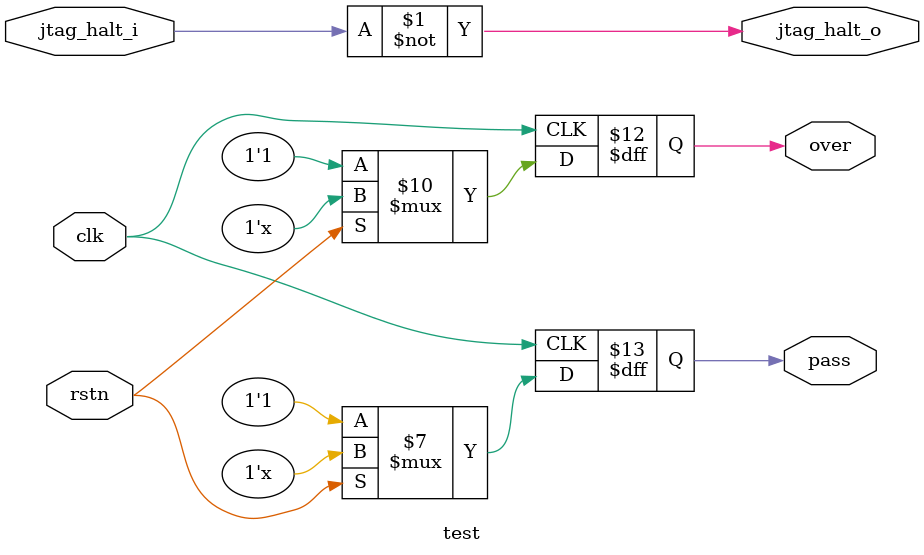
<source format=v>
module test(
    input wire clk,
    input wire rstn,
    input wire jtag_halt_i,

    // tset
    output wire jtag_halt_o,    // jtag是否已经halt住CPU信号
    output reg  over,           // 测试是否完成信号
    output reg  pass            // 测试是否成功信号
);

    assign jtag_halt_o = ~jtag_halt_i;

    always @ (posedge clk) begin
        if (!rstn) begin
            over <= 1'b1;
            pass <= 1'b1;
        end 
        else begin
            over <= ~riscv_inst.register_inst.reg_mem[26];  // when = 1, run over
            pass <= ~riscv_inst.register_inst.reg_mem[27];  // when = 1, run pass, otherwise fail
        end
    end

endmodule

</source>
